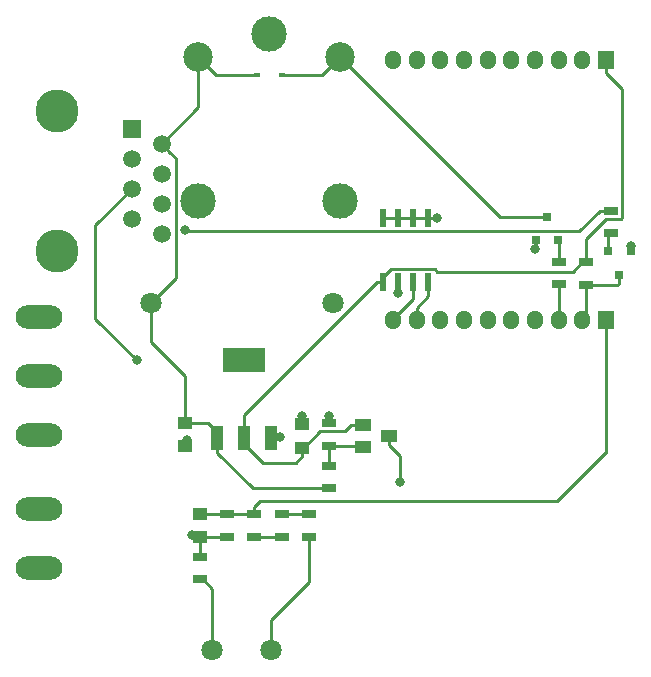
<source format=gbr>
G04 #@! TF.GenerationSoftware,KiCad,Pcbnew,no-vcs-found*
G04 #@! TF.CreationDate,2016-12-05T19:06:41+01:00*
G04 #@! TF.ProjectId,relayboard,72656C6179626F6172642E6B69636164,rev?*
G04 #@! TF.FileFunction,Copper,L2,Bot,Signal*
G04 #@! TF.FilePolarity,Positive*
%FSLAX46Y46*%
G04 Gerber Fmt 4.6, Leading zero omitted, Abs format (unit mm)*
G04 Created by KiCad (PCBNEW no-vcs-found) date Mon Dec  5 19:06:41 2016*
%MOMM*%
%LPD*%
G01*
G04 APERTURE LIST*
%ADD10C,0.100000*%
%ADD11R,1.300000X0.700000*%
%ADD12R,0.800100X0.800100*%
%ADD13R,0.600000X1.550000*%
%ADD14O,1.360000X1.600000*%
%ADD15R,1.360000X1.600000*%
%ADD16R,1.250000X1.000000*%
%ADD17R,0.590000X0.450000*%
%ADD18C,1.501140*%
%ADD19R,1.501140X1.501140*%
%ADD20C,3.649980*%
%ADD21C,2.500000*%
%ADD22C,3.000000*%
%ADD23O,3.962400X1.981200*%
%ADD24C,1.800000*%
%ADD25R,1.400000X1.000000*%
%ADD26R,1.016000X2.032000*%
%ADD27R,3.657600X2.032000*%
%ADD28C,0.800000*%
%ADD29C,0.250000*%
G04 APERTURE END LIST*
D10*
D11*
X117600000Y-105950000D03*
X117600000Y-104050000D03*
D12*
X152200000Y-78199240D03*
X154100000Y-78199240D03*
X153150000Y-80198220D03*
D11*
X152400000Y-74750000D03*
X152400000Y-76650000D03*
X150300000Y-81000000D03*
X150300000Y-79100000D03*
D13*
X133160000Y-80800000D03*
X134430000Y-80800000D03*
X135700000Y-80800000D03*
X136970000Y-80800000D03*
X136970000Y-75400000D03*
X135700000Y-75400000D03*
X134430000Y-75400000D03*
X133160000Y-75400000D03*
D14*
X134000000Y-84000000D03*
X136000000Y-84000000D03*
X138000000Y-84000000D03*
X140000000Y-84000000D03*
X142000000Y-84000000D03*
X144000000Y-84000000D03*
X146000000Y-84000000D03*
X148000000Y-84000000D03*
X150000000Y-84000000D03*
D15*
X152000000Y-84000000D03*
X152000000Y-62000000D03*
D14*
X150000000Y-62000000D03*
X148000000Y-62000000D03*
X146000000Y-62000000D03*
X144000000Y-62000000D03*
X142000000Y-62000000D03*
X140000000Y-62000000D03*
X138000000Y-62000000D03*
X136000000Y-62000000D03*
X134000000Y-62000000D03*
D16*
X116400000Y-92700000D03*
X116400000Y-94700000D03*
X126300000Y-92800000D03*
X126300000Y-94800000D03*
X117600000Y-102400000D03*
X117600000Y-100400000D03*
D17*
X124610000Y-63250000D03*
X122500000Y-63250000D03*
D18*
X114390000Y-76695000D03*
X111850000Y-75425000D03*
X114390000Y-74155000D03*
X111850000Y-72885000D03*
X114390000Y-71615000D03*
X111850000Y-70345000D03*
X114390000Y-69075000D03*
D19*
X111850000Y-67805000D03*
D20*
X105500000Y-66319100D03*
X105500000Y-78188520D03*
D21*
X117500000Y-61750000D03*
D22*
X117500000Y-73950000D03*
X129500000Y-73950000D03*
D21*
X129500000Y-61750000D03*
D22*
X123500000Y-59750000D03*
D23*
X104000000Y-105000000D03*
X104000000Y-100000000D03*
D24*
X118690000Y-111960000D03*
X123690000Y-111960000D03*
X113490000Y-82560000D03*
X128890000Y-82560000D03*
D23*
X104000000Y-93750000D03*
X104000000Y-88750000D03*
X104000000Y-83750000D03*
D25*
X133600000Y-93800000D03*
X131400000Y-94750000D03*
X131400000Y-92850000D03*
D12*
X147000000Y-75251780D03*
X146050000Y-77250760D03*
X147950000Y-77250760D03*
D11*
X126900000Y-102350000D03*
X126900000Y-100450000D03*
X124600000Y-100450000D03*
X124600000Y-102350000D03*
X122200000Y-100450000D03*
X122200000Y-102350000D03*
X119900000Y-102350000D03*
X119900000Y-100450000D03*
X128600000Y-98250000D03*
X128600000Y-96350000D03*
X148000000Y-80950000D03*
X148000000Y-79050000D03*
X128600000Y-92750000D03*
X128600000Y-94650000D03*
D26*
X123686000Y-94002000D03*
X119114000Y-94002000D03*
X121400000Y-94002000D03*
D27*
X121400000Y-87398000D03*
D28*
X134600000Y-97700000D03*
X137700000Y-75400000D03*
X134400000Y-81700000D03*
X146000000Y-78000000D03*
X154100000Y-77700000D03*
X112300000Y-87400000D03*
X117000000Y-102200000D03*
X126300000Y-92100000D03*
X128600000Y-92100000D03*
X124400000Y-93900000D03*
X116500000Y-94200000D03*
X116400000Y-76400000D03*
D29*
X134600000Y-97400000D02*
X134600000Y-97700000D01*
X134600000Y-95550000D02*
X134600000Y-97400000D01*
X133600000Y-93800000D02*
X133600000Y-94550000D01*
X133600000Y-94550000D02*
X134600000Y-95550000D01*
X136970000Y-75400000D02*
X137700000Y-75400000D01*
X134430000Y-80800000D02*
X134430000Y-81670000D01*
X134430000Y-81670000D02*
X134400000Y-81700000D01*
X146050000Y-77250760D02*
X146050000Y-77950000D01*
X146050000Y-77950000D02*
X146000000Y-78000000D01*
X154100000Y-78199240D02*
X154100000Y-77700000D01*
X108775000Y-83875000D02*
X112300000Y-87400000D01*
X108750000Y-83875000D02*
X108775000Y-83875000D01*
X117600000Y-102400000D02*
X117200000Y-102400000D01*
X117200000Y-102400000D02*
X117000000Y-102200000D01*
X126300000Y-92800000D02*
X126300000Y-92100000D01*
X128600000Y-92750000D02*
X128600000Y-92100000D01*
X123686000Y-94002000D02*
X124298000Y-94002000D01*
X124298000Y-94002000D02*
X124400000Y-93900000D01*
X116400000Y-94700000D02*
X116400000Y-94300000D01*
X116400000Y-94300000D02*
X116500000Y-94200000D01*
X117600000Y-104050000D02*
X117900000Y-104050000D01*
X135700000Y-75400000D02*
X136970000Y-75400000D01*
X134430000Y-75400000D02*
X135700000Y-75400000D01*
X133160000Y-75400000D02*
X134430000Y-75400000D01*
X117600000Y-102400000D02*
X117475000Y-102400000D01*
X117600000Y-104050000D02*
X117600000Y-102400000D01*
X108750000Y-83875000D02*
X108750000Y-75985000D01*
X108750000Y-75985000D02*
X111850000Y-72885000D01*
X117600000Y-102400000D02*
X119850000Y-102400000D01*
X119850000Y-102400000D02*
X119900000Y-102350000D01*
X150300000Y-79100000D02*
X150300000Y-77164998D01*
X150300000Y-77164998D02*
X152039997Y-75425001D01*
X152039997Y-75425001D02*
X153310001Y-75425001D01*
X153310001Y-75425001D02*
X153375001Y-75360001D01*
X153375001Y-75360001D02*
X153375001Y-64425001D01*
X153375001Y-64425001D02*
X152000000Y-63050000D01*
X152000000Y-63050000D02*
X152000000Y-62000000D01*
X121400000Y-94002000D02*
X121400000Y-92010000D01*
X121400000Y-92010000D02*
X132610000Y-80800000D01*
X132610000Y-80800000D02*
X133160000Y-80800000D01*
X149200000Y-79900000D02*
X137730002Y-79900000D01*
X137730002Y-79900000D02*
X137530001Y-79699999D01*
X137530001Y-79699999D02*
X133785001Y-79699999D01*
X133785001Y-79699999D02*
X133160000Y-80325000D01*
X133160000Y-80325000D02*
X133160000Y-80800000D01*
X126300000Y-94800000D02*
X126425000Y-94800000D01*
X126425000Y-94800000D02*
X127799999Y-93425001D01*
X127799999Y-93425001D02*
X129874999Y-93425001D01*
X129874999Y-93425001D02*
X130450000Y-92850000D01*
X130450000Y-92850000D02*
X131400000Y-92850000D01*
X125750000Y-96100000D02*
X122990000Y-96100000D01*
X122990000Y-96100000D02*
X121400000Y-94510000D01*
X121400000Y-94510000D02*
X121400000Y-94002000D01*
X126300000Y-94800000D02*
X126300000Y-95550000D01*
X126300000Y-95550000D02*
X125750000Y-96100000D01*
X149200000Y-79900000D02*
X150000000Y-79100000D01*
X150000000Y-79100000D02*
X150300000Y-79100000D01*
X152000000Y-84000000D02*
X152000000Y-95300000D01*
X122750000Y-99300000D02*
X122200000Y-99850000D01*
X152000000Y-95300000D02*
X151900000Y-95300000D01*
X151900000Y-95300000D02*
X147900000Y-99300000D01*
X147900000Y-99300000D02*
X122750000Y-99300000D01*
X122200000Y-99850000D02*
X122200000Y-100450000D01*
X119900000Y-100450000D02*
X117650000Y-100450000D01*
X117650000Y-100450000D02*
X117600000Y-100400000D01*
X122200000Y-100450000D02*
X119900000Y-100450000D01*
X151500000Y-74750000D02*
X149749999Y-76500001D01*
X116500001Y-76500001D02*
X116400000Y-76400000D01*
X149749999Y-76500001D02*
X116500001Y-76500001D01*
X152400000Y-74750000D02*
X151500000Y-74750000D01*
X118690000Y-111960000D02*
X118690000Y-108700000D01*
X118690000Y-106740000D02*
X118690000Y-108700000D01*
X118690000Y-108700000D02*
X118690000Y-108540000D01*
X118690000Y-106740000D02*
X117900000Y-105950000D01*
X117900000Y-105950000D02*
X117600000Y-105950000D01*
X126900000Y-102350000D02*
X126900000Y-106150000D01*
X126900000Y-106150000D02*
X123690000Y-109360000D01*
X123690000Y-109360000D02*
X123690000Y-111960000D01*
X126890000Y-102360000D02*
X126900000Y-102350000D01*
X148000000Y-84000000D02*
X148000000Y-82950000D01*
X148000000Y-82950000D02*
X148000000Y-80950000D01*
X150300000Y-81000000D02*
X152998270Y-81000000D01*
X152998270Y-81000000D02*
X153150000Y-80848270D01*
X153150000Y-80848270D02*
X153150000Y-80198220D01*
X150300000Y-81000000D02*
X150300000Y-83700000D01*
X150300000Y-83700000D02*
X150000000Y-84000000D01*
X128600000Y-94650000D02*
X131300000Y-94650000D01*
X131300000Y-94650000D02*
X131400000Y-94750000D01*
X128600000Y-96350000D02*
X128600000Y-94650000D01*
X148000000Y-79050000D02*
X148000000Y-77300760D01*
X148000000Y-77300760D02*
X147950000Y-77250760D01*
X152200000Y-78199240D02*
X152200000Y-76850000D01*
X152200000Y-76850000D02*
X152400000Y-76650000D01*
X126900000Y-100450000D02*
X124600000Y-100450000D01*
X124600000Y-102350000D02*
X122200000Y-102350000D01*
X134000000Y-84000000D02*
X134000000Y-83880000D01*
X134000000Y-83880000D02*
X135700000Y-82180000D01*
X135700000Y-82180000D02*
X135700000Y-81825000D01*
X135700000Y-81825000D02*
X135700000Y-80800000D01*
X136000000Y-84000000D02*
X136000000Y-82950000D01*
X136970000Y-81825000D02*
X136970000Y-80800000D01*
X136000000Y-82950000D02*
X136970000Y-81980000D01*
X136970000Y-81980000D02*
X136970000Y-81825000D01*
X147000000Y-75251780D02*
X143001780Y-75251780D01*
X143001780Y-75251780D02*
X129500000Y-61750000D01*
X124610000Y-63250000D02*
X128000000Y-63250000D01*
X128000000Y-63250000D02*
X129500000Y-61750000D01*
X117500000Y-61750000D02*
X117500000Y-65965000D01*
X117500000Y-65965000D02*
X114390000Y-69075000D01*
X122500000Y-63250000D02*
X119000000Y-63250000D01*
X119000000Y-63250000D02*
X117500000Y-61750000D01*
X119114000Y-94002000D02*
X119114000Y-95268000D01*
X119114000Y-95268000D02*
X122096000Y-98250000D01*
X122096000Y-98250000D02*
X127700000Y-98250000D01*
X127700000Y-98250000D02*
X128600000Y-98250000D01*
X116400000Y-92700000D02*
X118320000Y-92700000D01*
X118320000Y-92700000D02*
X119114000Y-93494000D01*
X119114000Y-93494000D02*
X119114000Y-94002000D01*
X113490000Y-85865000D02*
X116400000Y-88775000D01*
X116400000Y-88775000D02*
X116400000Y-92700000D01*
X113490000Y-82560000D02*
X114389999Y-81660001D01*
X114389999Y-81660001D02*
X114389999Y-81610001D01*
X113490000Y-82560000D02*
X115624999Y-80425001D01*
X115624999Y-70309999D02*
X115140569Y-69825569D01*
X115624999Y-80425001D02*
X115624999Y-70309999D01*
X115140569Y-69825569D02*
X114390000Y-69075000D01*
X113490000Y-82560000D02*
X113490000Y-85865000D01*
M02*

</source>
